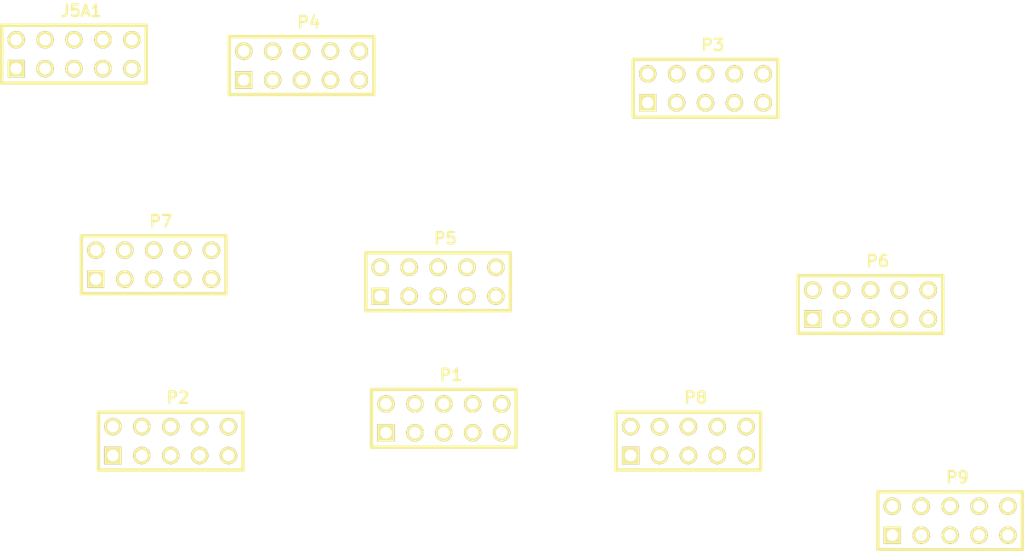
<source format=kicad_pcb>
(kicad_pcb (version 3) (host pcbnew "(2013-07-07 BZR 4022)-stable")

  (general
    (links 0)
    (no_connects 0)
    (area 0 0 0 0)
    (thickness 1.6)
    (drawings 0)
    (tracks 0)
    (zones 0)
    (modules 10)
    (nets 1)
  )

  (page A3)
  (layers
    (15 Dessus.Cu signal)
    (0 Dessous.Cu signal)
    (16 Dessous.Adhes user)
    (17 Dessus.Adhes user)
    (18 Dessous.Pate user)
    (19 Dessus.Pate user)
    (20 Dessous.SilkS user)
    (21 Dessus.SilkS user)
    (22 Dessous.Masque user)
    (23 Dessus.Masque user)
    (24 Dessin.User user)
    (25 Cmts.User user)
    (26 Eco1.User user)
    (27 Eco2.User user)
    (28 Contours.Ci user)
  )

  (setup
    (last_trace_width 0.254)
    (trace_clearance 0.254)
    (zone_clearance 0.508)
    (zone_45_only no)
    (trace_min 0.254)
    (segment_width 0.2)
    (edge_width 0.1)
    (via_size 0.889)
    (via_drill 0.635)
    (via_min_size 0.889)
    (via_min_drill 0.508)
    (uvia_size 0.508)
    (uvia_drill 0.127)
    (uvias_allowed no)
    (uvia_min_size 0.508)
    (uvia_min_drill 0.127)
    (pcb_text_width 0.3)
    (pcb_text_size 1.5 1.5)
    (mod_edge_width 0.15)
    (mod_text_size 1 1)
    (mod_text_width 0.15)
    (pad_size 1.5 1.5)
    (pad_drill 0.6)
    (pad_to_mask_clearance 0)
    (aux_axis_origin 0 0)
    (visible_elements 7FFFFFFF)
    (pcbplotparams
      (layerselection 3178497)
      (usegerberextensions true)
      (excludeedgelayer true)
      (linewidth 0.150000)
      (plotframeref false)
      (viasonmask false)
      (mode 1)
      (useauxorigin false)
      (hpglpennumber 1)
      (hpglpenspeed 20)
      (hpglpendiameter 15)
      (hpglpenoverlay 2)
      (psnegative false)
      (psa4output false)
      (plotreference true)
      (plotvalue true)
      (plotothertext true)
      (plotinvisibletext false)
      (padsonsilk false)
      (subtractmaskfromsilk false)
      (outputformat 1)
      (mirror false)
      (drillshape 1)
      (scaleselection 1)
      (outputdirectory ""))
  )

  (net 0 "")

  (net_class Default "Ceci est la Netclass par défaut"
    (clearance 0.254)
    (trace_width 0.254)
    (via_dia 0.889)
    (via_drill 0.635)
    (uvia_dia 0.508)
    (uvia_drill 0.127)
    (add_net "")
  )

  (module PIN_ARRAY_5x2 (layer Dessus.Cu) (tedit 3FCF2109) (tstamp 576659CB)
    (at 21.5 16.5)
    (descr "Double rangee de contacts 2 x 5 pins")
    (tags CONN)
    (path /57665469)
    (fp_text reference J5A1 (at 0.635 -3.81) (layer Dessus.SilkS)
      (effects (font (size 1.016 1.016) (thickness 0.2032)))
    )
    (fp_text value DIL10 (at 0 -3.81) (layer Dessus.SilkS) hide
      (effects (font (size 1.016 1.016) (thickness 0.2032)))
    )
    (fp_line (start -6.35 -2.54) (end 6.35 -2.54) (layer Dessus.SilkS) (width 0.3048))
    (fp_line (start 6.35 -2.54) (end 6.35 2.54) (layer Dessus.SilkS) (width 0.3048))
    (fp_line (start 6.35 2.54) (end -6.35 2.54) (layer Dessus.SilkS) (width 0.3048))
    (fp_line (start -6.35 2.54) (end -6.35 -2.54) (layer Dessus.SilkS) (width 0.3048))
    (pad 1 thru_hole rect (at -5.08 1.27) (size 1.524 1.524) (drill 1.016)
      (layers *.Cu *.Mask Dessus.SilkS)
    )
    (pad 2 thru_hole circle (at -5.08 -1.27) (size 1.524 1.524) (drill 1.016)
      (layers *.Cu *.Mask Dessus.SilkS)
    )
    (pad 3 thru_hole circle (at -2.54 1.27) (size 1.524 1.524) (drill 1.016)
      (layers *.Cu *.Mask Dessus.SilkS)
    )
    (pad 4 thru_hole circle (at -2.54 -1.27) (size 1.524 1.524) (drill 1.016)
      (layers *.Cu *.Mask Dessus.SilkS)
    )
    (pad 5 thru_hole circle (at 0 1.27) (size 1.524 1.524) (drill 1.016)
      (layers *.Cu *.Mask Dessus.SilkS)
    )
    (pad 6 thru_hole circle (at 0 -1.27) (size 1.524 1.524) (drill 1.016)
      (layers *.Cu *.Mask Dessus.SilkS)
    )
    (pad 7 thru_hole circle (at 2.54 1.27) (size 1.524 1.524) (drill 1.016)
      (layers *.Cu *.Mask Dessus.SilkS)
    )
    (pad 8 thru_hole circle (at 2.54 -1.27) (size 1.524 1.524) (drill 1.016)
      (layers *.Cu *.Mask Dessus.SilkS)
    )
    (pad 9 thru_hole circle (at 5.08 1.27) (size 1.524 1.524) (drill 1.016)
      (layers *.Cu *.Mask Dessus.SilkS)
    )
    (pad 10 thru_hole circle (at 5.08 -1.27) (size 1.524 1.524) (drill 1.016)
      (layers *.Cu *.Mask Dessus.SilkS)
    )
    (model pin_array/pins_array_5x2.wrl
      (at (xyz 0 0 0))
      (scale (xyz 1 1 1))
      (rotate (xyz 0 0 0))
    )
  )

  (module PIN_ARRAY_5x2 (layer Dessus.Cu) (tedit 3FCF2109) (tstamp 576659DD)
    (at 41.5 17.5)
    (descr "Double rangee de contacts 2 x 5 pins")
    (tags CONN)
    (path /5766547A)
    (fp_text reference P4 (at 0.635 -3.81) (layer Dessus.SilkS)
      (effects (font (size 1.016 1.016) (thickness 0.2032)))
    )
    (fp_text value DIL10 (at 0 -3.81) (layer Dessus.SilkS) hide
      (effects (font (size 1.016 1.016) (thickness 0.2032)))
    )
    (fp_line (start -6.35 -2.54) (end 6.35 -2.54) (layer Dessus.SilkS) (width 0.3048))
    (fp_line (start 6.35 -2.54) (end 6.35 2.54) (layer Dessus.SilkS) (width 0.3048))
    (fp_line (start 6.35 2.54) (end -6.35 2.54) (layer Dessus.SilkS) (width 0.3048))
    (fp_line (start -6.35 2.54) (end -6.35 -2.54) (layer Dessus.SilkS) (width 0.3048))
    (pad 1 thru_hole rect (at -5.08 1.27) (size 1.524 1.524) (drill 1.016)
      (layers *.Cu *.Mask Dessus.SilkS)
    )
    (pad 2 thru_hole circle (at -5.08 -1.27) (size 1.524 1.524) (drill 1.016)
      (layers *.Cu *.Mask Dessus.SilkS)
    )
    (pad 3 thru_hole circle (at -2.54 1.27) (size 1.524 1.524) (drill 1.016)
      (layers *.Cu *.Mask Dessus.SilkS)
    )
    (pad 4 thru_hole circle (at -2.54 -1.27) (size 1.524 1.524) (drill 1.016)
      (layers *.Cu *.Mask Dessus.SilkS)
    )
    (pad 5 thru_hole circle (at 0 1.27) (size 1.524 1.524) (drill 1.016)
      (layers *.Cu *.Mask Dessus.SilkS)
    )
    (pad 6 thru_hole circle (at 0 -1.27) (size 1.524 1.524) (drill 1.016)
      (layers *.Cu *.Mask Dessus.SilkS)
    )
    (pad 7 thru_hole circle (at 2.54 1.27) (size 1.524 1.524) (drill 1.016)
      (layers *.Cu *.Mask Dessus.SilkS)
    )
    (pad 8 thru_hole circle (at 2.54 -1.27) (size 1.524 1.524) (drill 1.016)
      (layers *.Cu *.Mask Dessus.SilkS)
    )
    (pad 9 thru_hole circle (at 5.08 1.27) (size 1.524 1.524) (drill 1.016)
      (layers *.Cu *.Mask Dessus.SilkS)
    )
    (pad 10 thru_hole circle (at 5.08 -1.27) (size 1.524 1.524) (drill 1.016)
      (layers *.Cu *.Mask Dessus.SilkS)
    )
    (model pin_array/pins_array_5x2.wrl
      (at (xyz 0 0 0))
      (scale (xyz 1 1 1))
      (rotate (xyz 0 0 0))
    )
  )

  (module PIN_ARRAY_5x2 (layer Dessus.Cu) (tedit 3FCF2109) (tstamp 576659EF)
    (at 28.5 35)
    (descr "Double rangee de contacts 2 x 5 pins")
    (tags CONN)
    (path /57665489)
    (fp_text reference P7 (at 0.635 -3.81) (layer Dessus.SilkS)
      (effects (font (size 1.016 1.016) (thickness 0.2032)))
    )
    (fp_text value DIL10 (at 0 -3.81) (layer Dessus.SilkS) hide
      (effects (font (size 1.016 1.016) (thickness 0.2032)))
    )
    (fp_line (start -6.35 -2.54) (end 6.35 -2.54) (layer Dessus.SilkS) (width 0.3048))
    (fp_line (start 6.35 -2.54) (end 6.35 2.54) (layer Dessus.SilkS) (width 0.3048))
    (fp_line (start 6.35 2.54) (end -6.35 2.54) (layer Dessus.SilkS) (width 0.3048))
    (fp_line (start -6.35 2.54) (end -6.35 -2.54) (layer Dessus.SilkS) (width 0.3048))
    (pad 1 thru_hole rect (at -5.08 1.27) (size 1.524 1.524) (drill 1.016)
      (layers *.Cu *.Mask Dessus.SilkS)
    )
    (pad 2 thru_hole circle (at -5.08 -1.27) (size 1.524 1.524) (drill 1.016)
      (layers *.Cu *.Mask Dessus.SilkS)
    )
    (pad 3 thru_hole circle (at -2.54 1.27) (size 1.524 1.524) (drill 1.016)
      (layers *.Cu *.Mask Dessus.SilkS)
    )
    (pad 4 thru_hole circle (at -2.54 -1.27) (size 1.524 1.524) (drill 1.016)
      (layers *.Cu *.Mask Dessus.SilkS)
    )
    (pad 5 thru_hole circle (at 0 1.27) (size 1.524 1.524) (drill 1.016)
      (layers *.Cu *.Mask Dessus.SilkS)
    )
    (pad 6 thru_hole circle (at 0 -1.27) (size 1.524 1.524) (drill 1.016)
      (layers *.Cu *.Mask Dessus.SilkS)
    )
    (pad 7 thru_hole circle (at 2.54 1.27) (size 1.524 1.524) (drill 1.016)
      (layers *.Cu *.Mask Dessus.SilkS)
    )
    (pad 8 thru_hole circle (at 2.54 -1.27) (size 1.524 1.524) (drill 1.016)
      (layers *.Cu *.Mask Dessus.SilkS)
    )
    (pad 9 thru_hole circle (at 5.08 1.27) (size 1.524 1.524) (drill 1.016)
      (layers *.Cu *.Mask Dessus.SilkS)
    )
    (pad 10 thru_hole circle (at 5.08 -1.27) (size 1.524 1.524) (drill 1.016)
      (layers *.Cu *.Mask Dessus.SilkS)
    )
    (model pin_array/pins_array_5x2.wrl
      (at (xyz 0 0 0))
      (scale (xyz 1 1 1))
      (rotate (xyz 0 0 0))
    )
  )

  (module PIN_ARRAY_5x2 (layer Dessus.Cu) (tedit 3FCF2109) (tstamp 57665A01)
    (at 53.5 36.5)
    (descr "Double rangee de contacts 2 x 5 pins")
    (tags CONN)
    (path /57665498)
    (fp_text reference P5 (at 0.635 -3.81) (layer Dessus.SilkS)
      (effects (font (size 1.016 1.016) (thickness 0.2032)))
    )
    (fp_text value DIL10 (at 0 -3.81) (layer Dessus.SilkS) hide
      (effects (font (size 1.016 1.016) (thickness 0.2032)))
    )
    (fp_line (start -6.35 -2.54) (end 6.35 -2.54) (layer Dessus.SilkS) (width 0.3048))
    (fp_line (start 6.35 -2.54) (end 6.35 2.54) (layer Dessus.SilkS) (width 0.3048))
    (fp_line (start 6.35 2.54) (end -6.35 2.54) (layer Dessus.SilkS) (width 0.3048))
    (fp_line (start -6.35 2.54) (end -6.35 -2.54) (layer Dessus.SilkS) (width 0.3048))
    (pad 1 thru_hole rect (at -5.08 1.27) (size 1.524 1.524) (drill 1.016)
      (layers *.Cu *.Mask Dessus.SilkS)
    )
    (pad 2 thru_hole circle (at -5.08 -1.27) (size 1.524 1.524) (drill 1.016)
      (layers *.Cu *.Mask Dessus.SilkS)
    )
    (pad 3 thru_hole circle (at -2.54 1.27) (size 1.524 1.524) (drill 1.016)
      (layers *.Cu *.Mask Dessus.SilkS)
    )
    (pad 4 thru_hole circle (at -2.54 -1.27) (size 1.524 1.524) (drill 1.016)
      (layers *.Cu *.Mask Dessus.SilkS)
    )
    (pad 5 thru_hole circle (at 0 1.27) (size 1.524 1.524) (drill 1.016)
      (layers *.Cu *.Mask Dessus.SilkS)
    )
    (pad 6 thru_hole circle (at 0 -1.27) (size 1.524 1.524) (drill 1.016)
      (layers *.Cu *.Mask Dessus.SilkS)
    )
    (pad 7 thru_hole circle (at 2.54 1.27) (size 1.524 1.524) (drill 1.016)
      (layers *.Cu *.Mask Dessus.SilkS)
    )
    (pad 8 thru_hole circle (at 2.54 -1.27) (size 1.524 1.524) (drill 1.016)
      (layers *.Cu *.Mask Dessus.SilkS)
    )
    (pad 9 thru_hole circle (at 5.08 1.27) (size 1.524 1.524) (drill 1.016)
      (layers *.Cu *.Mask Dessus.SilkS)
    )
    (pad 10 thru_hole circle (at 5.08 -1.27) (size 1.524 1.524) (drill 1.016)
      (layers *.Cu *.Mask Dessus.SilkS)
    )
    (model pin_array/pins_array_5x2.wrl
      (at (xyz 0 0 0))
      (scale (xyz 1 1 1))
      (rotate (xyz 0 0 0))
    )
  )

  (module PIN_ARRAY_5x2 (layer Dessus.Cu) (tedit 3FCF2109) (tstamp 57665A13)
    (at 54 48.5)
    (descr "Double rangee de contacts 2 x 5 pins")
    (tags CONN)
    (path /576654A7)
    (fp_text reference P1 (at 0.635 -3.81) (layer Dessus.SilkS)
      (effects (font (size 1.016 1.016) (thickness 0.2032)))
    )
    (fp_text value DIL10 (at 0 -3.81) (layer Dessus.SilkS) hide
      (effects (font (size 1.016 1.016) (thickness 0.2032)))
    )
    (fp_line (start -6.35 -2.54) (end 6.35 -2.54) (layer Dessus.SilkS) (width 0.3048))
    (fp_line (start 6.35 -2.54) (end 6.35 2.54) (layer Dessus.SilkS) (width 0.3048))
    (fp_line (start 6.35 2.54) (end -6.35 2.54) (layer Dessus.SilkS) (width 0.3048))
    (fp_line (start -6.35 2.54) (end -6.35 -2.54) (layer Dessus.SilkS) (width 0.3048))
    (pad 1 thru_hole rect (at -5.08 1.27) (size 1.524 1.524) (drill 1.016)
      (layers *.Cu *.Mask Dessus.SilkS)
    )
    (pad 2 thru_hole circle (at -5.08 -1.27) (size 1.524 1.524) (drill 1.016)
      (layers *.Cu *.Mask Dessus.SilkS)
    )
    (pad 3 thru_hole circle (at -2.54 1.27) (size 1.524 1.524) (drill 1.016)
      (layers *.Cu *.Mask Dessus.SilkS)
    )
    (pad 4 thru_hole circle (at -2.54 -1.27) (size 1.524 1.524) (drill 1.016)
      (layers *.Cu *.Mask Dessus.SilkS)
    )
    (pad 5 thru_hole circle (at 0 1.27) (size 1.524 1.524) (drill 1.016)
      (layers *.Cu *.Mask Dessus.SilkS)
    )
    (pad 6 thru_hole circle (at 0 -1.27) (size 1.524 1.524) (drill 1.016)
      (layers *.Cu *.Mask Dessus.SilkS)
    )
    (pad 7 thru_hole circle (at 2.54 1.27) (size 1.524 1.524) (drill 1.016)
      (layers *.Cu *.Mask Dessus.SilkS)
    )
    (pad 8 thru_hole circle (at 2.54 -1.27) (size 1.524 1.524) (drill 1.016)
      (layers *.Cu *.Mask Dessus.SilkS)
    )
    (pad 9 thru_hole circle (at 5.08 1.27) (size 1.524 1.524) (drill 1.016)
      (layers *.Cu *.Mask Dessus.SilkS)
    )
    (pad 10 thru_hole circle (at 5.08 -1.27) (size 1.524 1.524) (drill 1.016)
      (layers *.Cu *.Mask Dessus.SilkS)
    )
    (model pin_array/pins_array_5x2.wrl
      (at (xyz 0 0 0))
      (scale (xyz 1 1 1))
      (rotate (xyz 0 0 0))
    )
  )

  (module PIN_ARRAY_5x2 (layer Dessus.Cu) (tedit 3FCF2109) (tstamp 57665A25)
    (at 30 50.5)
    (descr "Double rangee de contacts 2 x 5 pins")
    (tags CONN)
    (path /576654B6)
    (fp_text reference P2 (at 0.635 -3.81) (layer Dessus.SilkS)
      (effects (font (size 1.016 1.016) (thickness 0.2032)))
    )
    (fp_text value DIL10 (at 0 -3.81) (layer Dessus.SilkS) hide
      (effects (font (size 1.016 1.016) (thickness 0.2032)))
    )
    (fp_line (start -6.35 -2.54) (end 6.35 -2.54) (layer Dessus.SilkS) (width 0.3048))
    (fp_line (start 6.35 -2.54) (end 6.35 2.54) (layer Dessus.SilkS) (width 0.3048))
    (fp_line (start 6.35 2.54) (end -6.35 2.54) (layer Dessus.SilkS) (width 0.3048))
    (fp_line (start -6.35 2.54) (end -6.35 -2.54) (layer Dessus.SilkS) (width 0.3048))
    (pad 1 thru_hole rect (at -5.08 1.27) (size 1.524 1.524) (drill 1.016)
      (layers *.Cu *.Mask Dessus.SilkS)
    )
    (pad 2 thru_hole circle (at -5.08 -1.27) (size 1.524 1.524) (drill 1.016)
      (layers *.Cu *.Mask Dessus.SilkS)
    )
    (pad 3 thru_hole circle (at -2.54 1.27) (size 1.524 1.524) (drill 1.016)
      (layers *.Cu *.Mask Dessus.SilkS)
    )
    (pad 4 thru_hole circle (at -2.54 -1.27) (size 1.524 1.524) (drill 1.016)
      (layers *.Cu *.Mask Dessus.SilkS)
    )
    (pad 5 thru_hole circle (at 0 1.27) (size 1.524 1.524) (drill 1.016)
      (layers *.Cu *.Mask Dessus.SilkS)
    )
    (pad 6 thru_hole circle (at 0 -1.27) (size 1.524 1.524) (drill 1.016)
      (layers *.Cu *.Mask Dessus.SilkS)
    )
    (pad 7 thru_hole circle (at 2.54 1.27) (size 1.524 1.524) (drill 1.016)
      (layers *.Cu *.Mask Dessus.SilkS)
    )
    (pad 8 thru_hole circle (at 2.54 -1.27) (size 1.524 1.524) (drill 1.016)
      (layers *.Cu *.Mask Dessus.SilkS)
    )
    (pad 9 thru_hole circle (at 5.08 1.27) (size 1.524 1.524) (drill 1.016)
      (layers *.Cu *.Mask Dessus.SilkS)
    )
    (pad 10 thru_hole circle (at 5.08 -1.27) (size 1.524 1.524) (drill 1.016)
      (layers *.Cu *.Mask Dessus.SilkS)
    )
    (model pin_array/pins_array_5x2.wrl
      (at (xyz 0 0 0))
      (scale (xyz 1 1 1))
      (rotate (xyz 0 0 0))
    )
  )

  (module PIN_ARRAY_5x2 (layer Dessus.Cu) (tedit 3FCF2109) (tstamp 57665A37)
    (at 77 19.5)
    (descr "Double rangee de contacts 2 x 5 pins")
    (tags CONN)
    (path /576654C5)
    (fp_text reference P3 (at 0.635 -3.81) (layer Dessus.SilkS)
      (effects (font (size 1.016 1.016) (thickness 0.2032)))
    )
    (fp_text value DIL10 (at 0 -3.81) (layer Dessus.SilkS) hide
      (effects (font (size 1.016 1.016) (thickness 0.2032)))
    )
    (fp_line (start -6.35 -2.54) (end 6.35 -2.54) (layer Dessus.SilkS) (width 0.3048))
    (fp_line (start 6.35 -2.54) (end 6.35 2.54) (layer Dessus.SilkS) (width 0.3048))
    (fp_line (start 6.35 2.54) (end -6.35 2.54) (layer Dessus.SilkS) (width 0.3048))
    (fp_line (start -6.35 2.54) (end -6.35 -2.54) (layer Dessus.SilkS) (width 0.3048))
    (pad 1 thru_hole rect (at -5.08 1.27) (size 1.524 1.524) (drill 1.016)
      (layers *.Cu *.Mask Dessus.SilkS)
    )
    (pad 2 thru_hole circle (at -5.08 -1.27) (size 1.524 1.524) (drill 1.016)
      (layers *.Cu *.Mask Dessus.SilkS)
    )
    (pad 3 thru_hole circle (at -2.54 1.27) (size 1.524 1.524) (drill 1.016)
      (layers *.Cu *.Mask Dessus.SilkS)
    )
    (pad 4 thru_hole circle (at -2.54 -1.27) (size 1.524 1.524) (drill 1.016)
      (layers *.Cu *.Mask Dessus.SilkS)
    )
    (pad 5 thru_hole circle (at 0 1.27) (size 1.524 1.524) (drill 1.016)
      (layers *.Cu *.Mask Dessus.SilkS)
    )
    (pad 6 thru_hole circle (at 0 -1.27) (size 1.524 1.524) (drill 1.016)
      (layers *.Cu *.Mask Dessus.SilkS)
    )
    (pad 7 thru_hole circle (at 2.54 1.27) (size 1.524 1.524) (drill 1.016)
      (layers *.Cu *.Mask Dessus.SilkS)
    )
    (pad 8 thru_hole circle (at 2.54 -1.27) (size 1.524 1.524) (drill 1.016)
      (layers *.Cu *.Mask Dessus.SilkS)
    )
    (pad 9 thru_hole circle (at 5.08 1.27) (size 1.524 1.524) (drill 1.016)
      (layers *.Cu *.Mask Dessus.SilkS)
    )
    (pad 10 thru_hole circle (at 5.08 -1.27) (size 1.524 1.524) (drill 1.016)
      (layers *.Cu *.Mask Dessus.SilkS)
    )
    (model pin_array/pins_array_5x2.wrl
      (at (xyz 0 0 0))
      (scale (xyz 1 1 1))
      (rotate (xyz 0 0 0))
    )
  )

  (module PIN_ARRAY_5x2 (layer Dessus.Cu) (tedit 3FCF2109) (tstamp 57665A49)
    (at 91.5 38.5)
    (descr "Double rangee de contacts 2 x 5 pins")
    (tags CONN)
    (path /576654D4)
    (fp_text reference P6 (at 0.635 -3.81) (layer Dessus.SilkS)
      (effects (font (size 1.016 1.016) (thickness 0.2032)))
    )
    (fp_text value DIL10 (at 0 -3.81) (layer Dessus.SilkS) hide
      (effects (font (size 1.016 1.016) (thickness 0.2032)))
    )
    (fp_line (start -6.35 -2.54) (end 6.35 -2.54) (layer Dessus.SilkS) (width 0.3048))
    (fp_line (start 6.35 -2.54) (end 6.35 2.54) (layer Dessus.SilkS) (width 0.3048))
    (fp_line (start 6.35 2.54) (end -6.35 2.54) (layer Dessus.SilkS) (width 0.3048))
    (fp_line (start -6.35 2.54) (end -6.35 -2.54) (layer Dessus.SilkS) (width 0.3048))
    (pad 1 thru_hole rect (at -5.08 1.27) (size 1.524 1.524) (drill 1.016)
      (layers *.Cu *.Mask Dessus.SilkS)
    )
    (pad 2 thru_hole circle (at -5.08 -1.27) (size 1.524 1.524) (drill 1.016)
      (layers *.Cu *.Mask Dessus.SilkS)
    )
    (pad 3 thru_hole circle (at -2.54 1.27) (size 1.524 1.524) (drill 1.016)
      (layers *.Cu *.Mask Dessus.SilkS)
    )
    (pad 4 thru_hole circle (at -2.54 -1.27) (size 1.524 1.524) (drill 1.016)
      (layers *.Cu *.Mask Dessus.SilkS)
    )
    (pad 5 thru_hole circle (at 0 1.27) (size 1.524 1.524) (drill 1.016)
      (layers *.Cu *.Mask Dessus.SilkS)
    )
    (pad 6 thru_hole circle (at 0 -1.27) (size 1.524 1.524) (drill 1.016)
      (layers *.Cu *.Mask Dessus.SilkS)
    )
    (pad 7 thru_hole circle (at 2.54 1.27) (size 1.524 1.524) (drill 1.016)
      (layers *.Cu *.Mask Dessus.SilkS)
    )
    (pad 8 thru_hole circle (at 2.54 -1.27) (size 1.524 1.524) (drill 1.016)
      (layers *.Cu *.Mask Dessus.SilkS)
    )
    (pad 9 thru_hole circle (at 5.08 1.27) (size 1.524 1.524) (drill 1.016)
      (layers *.Cu *.Mask Dessus.SilkS)
    )
    (pad 10 thru_hole circle (at 5.08 -1.27) (size 1.524 1.524) (drill 1.016)
      (layers *.Cu *.Mask Dessus.SilkS)
    )
    (model pin_array/pins_array_5x2.wrl
      (at (xyz 0 0 0))
      (scale (xyz 1 1 1))
      (rotate (xyz 0 0 0))
    )
  )

  (module PIN_ARRAY_5x2 (layer Dessus.Cu) (tedit 3FCF2109) (tstamp 57665A5B)
    (at 75.5 50.5)
    (descr "Double rangee de contacts 2 x 5 pins")
    (tags CONN)
    (path /576654E3)
    (fp_text reference P8 (at 0.635 -3.81) (layer Dessus.SilkS)
      (effects (font (size 1.016 1.016) (thickness 0.2032)))
    )
    (fp_text value DIL10 (at 0 -3.81) (layer Dessus.SilkS) hide
      (effects (font (size 1.016 1.016) (thickness 0.2032)))
    )
    (fp_line (start -6.35 -2.54) (end 6.35 -2.54) (layer Dessus.SilkS) (width 0.3048))
    (fp_line (start 6.35 -2.54) (end 6.35 2.54) (layer Dessus.SilkS) (width 0.3048))
    (fp_line (start 6.35 2.54) (end -6.35 2.54) (layer Dessus.SilkS) (width 0.3048))
    (fp_line (start -6.35 2.54) (end -6.35 -2.54) (layer Dessus.SilkS) (width 0.3048))
    (pad 1 thru_hole rect (at -5.08 1.27) (size 1.524 1.524) (drill 1.016)
      (layers *.Cu *.Mask Dessus.SilkS)
    )
    (pad 2 thru_hole circle (at -5.08 -1.27) (size 1.524 1.524) (drill 1.016)
      (layers *.Cu *.Mask Dessus.SilkS)
    )
    (pad 3 thru_hole circle (at -2.54 1.27) (size 1.524 1.524) (drill 1.016)
      (layers *.Cu *.Mask Dessus.SilkS)
    )
    (pad 4 thru_hole circle (at -2.54 -1.27) (size 1.524 1.524) (drill 1.016)
      (layers *.Cu *.Mask Dessus.SilkS)
    )
    (pad 5 thru_hole circle (at 0 1.27) (size 1.524 1.524) (drill 1.016)
      (layers *.Cu *.Mask Dessus.SilkS)
    )
    (pad 6 thru_hole circle (at 0 -1.27) (size 1.524 1.524) (drill 1.016)
      (layers *.Cu *.Mask Dessus.SilkS)
    )
    (pad 7 thru_hole circle (at 2.54 1.27) (size 1.524 1.524) (drill 1.016)
      (layers *.Cu *.Mask Dessus.SilkS)
    )
    (pad 8 thru_hole circle (at 2.54 -1.27) (size 1.524 1.524) (drill 1.016)
      (layers *.Cu *.Mask Dessus.SilkS)
    )
    (pad 9 thru_hole circle (at 5.08 1.27) (size 1.524 1.524) (drill 1.016)
      (layers *.Cu *.Mask Dessus.SilkS)
    )
    (pad 10 thru_hole circle (at 5.08 -1.27) (size 1.524 1.524) (drill 1.016)
      (layers *.Cu *.Mask Dessus.SilkS)
    )
    (model pin_array/pins_array_5x2.wrl
      (at (xyz 0 0 0))
      (scale (xyz 1 1 1))
      (rotate (xyz 0 0 0))
    )
  )

  (module PIN_ARRAY_5x2 (layer Dessus.Cu) (tedit 3FCF2109) (tstamp 57665A6D)
    (at 98.5 57.5)
    (descr "Double rangee de contacts 2 x 5 pins")
    (tags CONN)
    (path /576654F2)
    (fp_text reference P9 (at 0.635 -3.81) (layer Dessus.SilkS)
      (effects (font (size 1.016 1.016) (thickness 0.2032)))
    )
    (fp_text value DIL10 (at 0 -3.81) (layer Dessus.SilkS) hide
      (effects (font (size 1.016 1.016) (thickness 0.2032)))
    )
    (fp_line (start -6.35 -2.54) (end 6.35 -2.54) (layer Dessus.SilkS) (width 0.3048))
    (fp_line (start 6.35 -2.54) (end 6.35 2.54) (layer Dessus.SilkS) (width 0.3048))
    (fp_line (start 6.35 2.54) (end -6.35 2.54) (layer Dessus.SilkS) (width 0.3048))
    (fp_line (start -6.35 2.54) (end -6.35 -2.54) (layer Dessus.SilkS) (width 0.3048))
    (pad 1 thru_hole rect (at -5.08 1.27) (size 1.524 1.524) (drill 1.016)
      (layers *.Cu *.Mask Dessus.SilkS)
    )
    (pad 2 thru_hole circle (at -5.08 -1.27) (size 1.524 1.524) (drill 1.016)
      (layers *.Cu *.Mask Dessus.SilkS)
    )
    (pad 3 thru_hole circle (at -2.54 1.27) (size 1.524 1.524) (drill 1.016)
      (layers *.Cu *.Mask Dessus.SilkS)
    )
    (pad 4 thru_hole circle (at -2.54 -1.27) (size 1.524 1.524) (drill 1.016)
      (layers *.Cu *.Mask Dessus.SilkS)
    )
    (pad 5 thru_hole circle (at 0 1.27) (size 1.524 1.524) (drill 1.016)
      (layers *.Cu *.Mask Dessus.SilkS)
    )
    (pad 6 thru_hole circle (at 0 -1.27) (size 1.524 1.524) (drill 1.016)
      (layers *.Cu *.Mask Dessus.SilkS)
    )
    (pad 7 thru_hole circle (at 2.54 1.27) (size 1.524 1.524) (drill 1.016)
      (layers *.Cu *.Mask Dessus.SilkS)
    )
    (pad 8 thru_hole circle (at 2.54 -1.27) (size 1.524 1.524) (drill 1.016)
      (layers *.Cu *.Mask Dessus.SilkS)
    )
    (pad 9 thru_hole circle (at 5.08 1.27) (size 1.524 1.524) (drill 1.016)
      (layers *.Cu *.Mask Dessus.SilkS)
    )
    (pad 10 thru_hole circle (at 5.08 -1.27) (size 1.524 1.524) (drill 1.016)
      (layers *.Cu *.Mask Dessus.SilkS)
    )
    (model pin_array/pins_array_5x2.wrl
      (at (xyz 0 0 0))
      (scale (xyz 1 1 1))
      (rotate (xyz 0 0 0))
    )
  )

)

</source>
